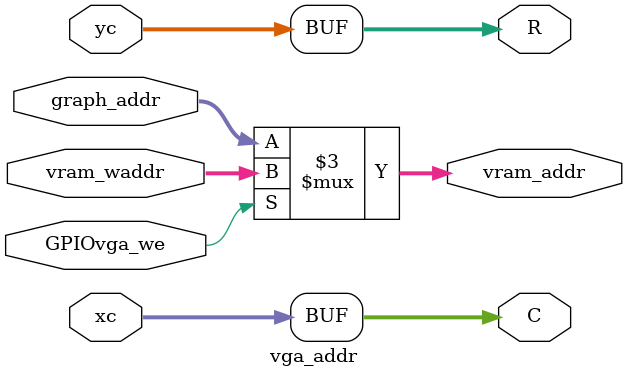
<source format=v>
`timescale 1ns / 1ps
module vga_addr(
input wire[9:0] xc,
input wire[9:0] yc,
input wire GPIOvga_we,
input wire[15:0] vram_waddr,
input wire[15:0] graph_addr,
output reg[9:0] C,
output reg[9:0] R,
output reg[15:0] vram_addr
    );

always@* begin
	if(GPIOvga_we)
		vram_addr[15:0] = vram_waddr[15:0];
	else
		vram_addr[15:0] = graph_addr[15:0];
	C=xc;
	R=yc;
end

endmodule

</source>
